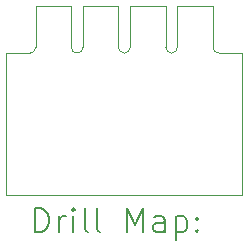
<source format=gbr>
%TF.GenerationSoftware,KiCad,Pcbnew,7.0.2-6a45011f42~172~ubuntu22.04.1*%
%TF.CreationDate,2023-05-29T23:07:17+12:00*%
%TF.ProjectId,THE_BRAWN-20A_POWER,5448455f-4252-4415-974e-2d3230415f50,v2.0*%
%TF.SameCoordinates,Original*%
%TF.FileFunction,Drillmap*%
%TF.FilePolarity,Positive*%
%FSLAX45Y45*%
G04 Gerber Fmt 4.5, Leading zero omitted, Abs format (unit mm)*
G04 Created by KiCad (PCBNEW 7.0.2-6a45011f42~172~ubuntu22.04.1) date 2023-05-29 23:07:17*
%MOMM*%
%LPD*%
G01*
G04 APERTURE LIST*
%ADD10C,0.050000*%
%ADD11C,0.200000*%
G04 APERTURE END LIST*
D10*
X14900000Y-14875000D02*
X14900000Y-15225000D01*
X13800000Y-14875000D02*
X13800000Y-15225000D01*
X15300000Y-14875000D02*
X15300000Y-15225000D01*
X15550000Y-15275000D02*
X15550000Y-16475000D01*
X14100000Y-14875000D02*
X14100000Y-15225000D01*
X14550000Y-15275000D02*
G75*
G03*
X14600000Y-15225000I0J50000D01*
G01*
X13550000Y-15275000D02*
X13550000Y-16475000D01*
X13800000Y-14875000D02*
X14100000Y-14875000D01*
X14900000Y-15225000D02*
G75*
G03*
X14950000Y-15275000I50000J0D01*
G01*
X14100000Y-15225000D02*
G75*
G03*
X14150000Y-15275000I50000J0D01*
G01*
X14200000Y-14875000D02*
X14200000Y-15225000D01*
X13550000Y-15275000D02*
X13750000Y-15275000D01*
X14200000Y-14875000D02*
X14500000Y-14875000D01*
X13750000Y-15275000D02*
G75*
G03*
X13800000Y-15225000I0J50000D01*
G01*
X15000000Y-14875000D02*
X15300000Y-14875000D01*
X15550000Y-16475000D02*
X13550000Y-16475000D01*
X15300000Y-15225000D02*
G75*
G03*
X15350000Y-15275000I50000J0D01*
G01*
X14950000Y-15275000D02*
G75*
G03*
X15000000Y-15225000I0J50000D01*
G01*
X15000000Y-14875000D02*
X15000000Y-15225000D01*
X14600000Y-14875000D02*
X14900000Y-14875000D01*
X14600000Y-14875000D02*
X14600000Y-15225000D01*
X14150000Y-15275000D02*
G75*
G03*
X14200000Y-15225000I0J50000D01*
G01*
X14500000Y-14875000D02*
X14500000Y-15225000D01*
X15350000Y-15275000D02*
X15550000Y-15275000D01*
X14500000Y-15225000D02*
G75*
G03*
X14550000Y-15275000I50000J0D01*
G01*
D11*
X13795119Y-16790024D02*
X13795119Y-16590024D01*
X13795119Y-16590024D02*
X13842738Y-16590024D01*
X13842738Y-16590024D02*
X13871309Y-16599548D01*
X13871309Y-16599548D02*
X13890357Y-16618595D01*
X13890357Y-16618595D02*
X13899881Y-16637643D01*
X13899881Y-16637643D02*
X13909405Y-16675738D01*
X13909405Y-16675738D02*
X13909405Y-16704309D01*
X13909405Y-16704309D02*
X13899881Y-16742405D01*
X13899881Y-16742405D02*
X13890357Y-16761452D01*
X13890357Y-16761452D02*
X13871309Y-16780500D01*
X13871309Y-16780500D02*
X13842738Y-16790024D01*
X13842738Y-16790024D02*
X13795119Y-16790024D01*
X13995119Y-16790024D02*
X13995119Y-16656690D01*
X13995119Y-16694786D02*
X14004643Y-16675738D01*
X14004643Y-16675738D02*
X14014167Y-16666214D01*
X14014167Y-16666214D02*
X14033214Y-16656690D01*
X14033214Y-16656690D02*
X14052262Y-16656690D01*
X14118928Y-16790024D02*
X14118928Y-16656690D01*
X14118928Y-16590024D02*
X14109405Y-16599548D01*
X14109405Y-16599548D02*
X14118928Y-16609071D01*
X14118928Y-16609071D02*
X14128452Y-16599548D01*
X14128452Y-16599548D02*
X14118928Y-16590024D01*
X14118928Y-16590024D02*
X14118928Y-16609071D01*
X14242738Y-16790024D02*
X14223690Y-16780500D01*
X14223690Y-16780500D02*
X14214167Y-16761452D01*
X14214167Y-16761452D02*
X14214167Y-16590024D01*
X14347500Y-16790024D02*
X14328452Y-16780500D01*
X14328452Y-16780500D02*
X14318928Y-16761452D01*
X14318928Y-16761452D02*
X14318928Y-16590024D01*
X14576071Y-16790024D02*
X14576071Y-16590024D01*
X14576071Y-16590024D02*
X14642738Y-16732881D01*
X14642738Y-16732881D02*
X14709405Y-16590024D01*
X14709405Y-16590024D02*
X14709405Y-16790024D01*
X14890357Y-16790024D02*
X14890357Y-16685262D01*
X14890357Y-16685262D02*
X14880833Y-16666214D01*
X14880833Y-16666214D02*
X14861786Y-16656690D01*
X14861786Y-16656690D02*
X14823690Y-16656690D01*
X14823690Y-16656690D02*
X14804643Y-16666214D01*
X14890357Y-16780500D02*
X14871309Y-16790024D01*
X14871309Y-16790024D02*
X14823690Y-16790024D01*
X14823690Y-16790024D02*
X14804643Y-16780500D01*
X14804643Y-16780500D02*
X14795119Y-16761452D01*
X14795119Y-16761452D02*
X14795119Y-16742405D01*
X14795119Y-16742405D02*
X14804643Y-16723357D01*
X14804643Y-16723357D02*
X14823690Y-16713833D01*
X14823690Y-16713833D02*
X14871309Y-16713833D01*
X14871309Y-16713833D02*
X14890357Y-16704309D01*
X14985595Y-16656690D02*
X14985595Y-16856690D01*
X14985595Y-16666214D02*
X15004643Y-16656690D01*
X15004643Y-16656690D02*
X15042738Y-16656690D01*
X15042738Y-16656690D02*
X15061786Y-16666214D01*
X15061786Y-16666214D02*
X15071309Y-16675738D01*
X15071309Y-16675738D02*
X15080833Y-16694786D01*
X15080833Y-16694786D02*
X15080833Y-16751928D01*
X15080833Y-16751928D02*
X15071309Y-16770976D01*
X15071309Y-16770976D02*
X15061786Y-16780500D01*
X15061786Y-16780500D02*
X15042738Y-16790024D01*
X15042738Y-16790024D02*
X15004643Y-16790024D01*
X15004643Y-16790024D02*
X14985595Y-16780500D01*
X15166548Y-16770976D02*
X15176071Y-16780500D01*
X15176071Y-16780500D02*
X15166548Y-16790024D01*
X15166548Y-16790024D02*
X15157024Y-16780500D01*
X15157024Y-16780500D02*
X15166548Y-16770976D01*
X15166548Y-16770976D02*
X15166548Y-16790024D01*
X15166548Y-16666214D02*
X15176071Y-16675738D01*
X15176071Y-16675738D02*
X15166548Y-16685262D01*
X15166548Y-16685262D02*
X15157024Y-16675738D01*
X15157024Y-16675738D02*
X15166548Y-16666214D01*
X15166548Y-16666214D02*
X15166548Y-16685262D01*
M02*

</source>
